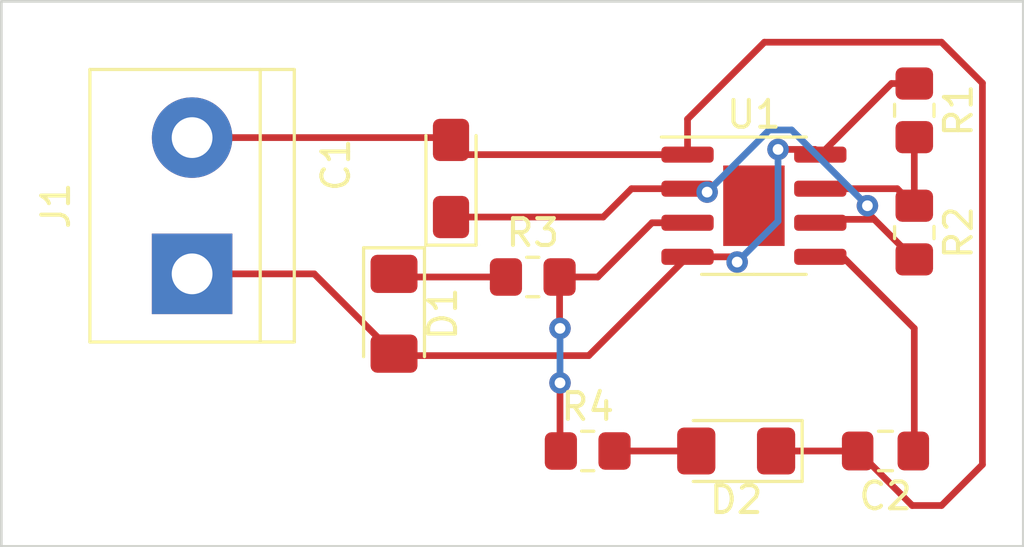
<source format=kicad_pcb>
(kicad_pcb (version 20211014) (generator pcbnew)
  (layers (0 "F.Cu" signal) (31 "B.Cu" signal) (34 "B.Paste" user) (35 "F.Paste" user) (36 "B.SilkS" user "B.Silkscreen") (37 "F.SilkS" user "F.Silkscreen") (38 "B.Mask" user) (39 "F.Mask" user) (44 "Edge.Cuts" user))
  (net 0 "")
  (net 1 "/pin_2")
  (net 2 "GND")
  (net 3 "Net-(C2-Pad1)")
  (net 4 "Net-(D1-Pad1)")
  (net 5 "+9V")
  (net 6 "Net-(D2-Pad2)")
  (net 7 "/pin_3")
  (net 8 "/pin_7")
  (footprint "Resistor_SMD:R_0805_2012Metric_Pad1.20x1.40mm_HandSolder" (layer "F.Cu") (at 137.16 96.637)
    (fp_text reference "R3" (at 0 -1.65) (layer "F.SilkS"))
    (fp_text value "1k")
    (fp_line (start -0.227064 0.735) (end 0.227064 0.735) (layer "F.SilkS") (width 0.12))
    (fp_line (start -0.227064 -0.735) (end 0.227064 -0.735) (layer "F.SilkS") (width 0.12))
    (pad "1" smd roundrect (at -1 0) (size 1.2 1.4) (layers "F.Cu" "F.Paste" "F.Mask") (roundrect_rratio 0.2083333333) (net 4 "Net-(D1-Pad1)"))
    (pad "2" smd roundrect (at 1 0) (size 1.2 1.4) (layers "F.Cu" "F.Paste" "F.Mask") (roundrect_rratio 0.2083333333) (net 7 "/pin_3"))
  )
  (footprint "Capacitor_SMD:C_0805_2012Metric_Pad1.18x1.45mm_HandSolder" (layer "F.Cu") (at 150.31 103.124 180)
    (fp_text reference "C2" (at 0 -1.68) (layer "F.SilkS"))
    (fp_text value "0.01 microF")
    (fp_line (start -0.261252 0.735) (end 0.261252 0.735) (layer "F.SilkS") (width 0.12))
    (fp_line (start -0.261252 -0.735) (end 0.261252 -0.735) (layer "F.SilkS") (width 0.12))
    (pad "1" smd roundrect (at -1.0375 0 180) (size 1.175 1.45) (layers "F.Cu" "F.Paste" "F.Mask") (roundrect_rratio 0.2127659574) (net 3 "Net-(C2-Pad1)"))
    (pad "2" smd roundrect (at 1.0375 0 180) (size 1.175 1.45) (layers "F.Cu" "F.Paste" "F.Mask") (roundrect_rratio 0.2127659574) (net 2 "GND"))
  )
  (footprint "LED_SMD:LED_1206_3216Metric_Pad1.42x1.75mm_HandSolder" (layer "F.Cu") (at 144.7435 103.124 180)
    (fp_text reference "D2" (at 0 -1.82) (layer "F.SilkS"))
    (fp_text value "LED")
    (fp_line (start -2.46 1.135) (end 1.6 1.135) (layer "F.SilkS") (width 0.12))
    (fp_line (start 1.6 -1.135) (end -2.46 -1.135) (layer "F.SilkS") (width 0.12))
    (fp_line (start -2.46 -1.135) (end -2.46 1.135) (layer "F.SilkS") (width 0.12))
    (pad "1" smd roundrect (at -1.4875 0 180) (size 1.425 1.75) (layers "F.Cu" "F.Paste" "F.Mask") (roundrect_rratio 0.1754392982) (net 2 "GND"))
    (pad "2" smd roundrect (at 1.4875 0 180) (size 1.425 1.75) (layers "F.Cu" "F.Paste" "F.Mask") (roundrect_rratio 0.1754392982) (net 6 "Net-(D2-Pad2)"))
  )
  (footprint "Resistor_SMD:R_0805_2012Metric_Pad1.20x1.40mm_HandSolder" (layer "F.Cu") (at 151.384 90.424 -90)
    (fp_text reference "R1" (at 0 -1.65 90) (layer "F.SilkS"))
    (fp_text value "1k")
    (fp_line (start -0.227064 0.735) (end 0.227064 0.735) (layer "F.SilkS") (width 0.12))
    (fp_line (start -0.227064 -0.735) (end 0.227064 -0.735) (layer "F.SilkS") (width 0.12))
    (pad "1" smd roundrect (at -1 0 270) (size 1.2 1.4) (layers "F.Cu" "F.Paste" "F.Mask") (roundrect_rratio 0.2083333333) (net 5 "+9V"))
    (pad "2" smd roundrect (at 1 0 270) (size 1.2 1.4) (layers "F.Cu" "F.Paste" "F.Mask") (roundrect_rratio 0.2083333333) (net 8 "/pin_7"))
  )
  (footprint "Package_SO:SOIC-8-1EP_3.9x4.9mm_P1.27mm_EP2.29x3mm" (layer "F.Cu") (at 145.405 93.98)
    (fp_text reference "U1" (at 0 -3.4) (layer "F.SilkS"))
    (fp_text value "NE555D")
    (fp_line (start 0 -2.56) (end 1.95 -2.56) (layer "F.SilkS") (width 0.12))
    (fp_line (start 0 2.56) (end -1.95 2.56) (layer "F.SilkS") (width 0.12))
    (fp_line (start 0 2.56) (end 1.95 2.56) (layer "F.SilkS") (width 0.12))
    (fp_line (start 0 -2.56) (end -3.45 -2.56) (layer "F.SilkS") (width 0.12))
    (pad "1" smd roundrect (at -2.475 -1.905) (size 1.95 0.6) (layers "F.Cu" "F.Paste" "F.Mask") (net 2 "GND"))
    (pad "2" smd roundrect (at -2.475 -0.635) (size 1.95 0.6) (layers "F.Cu" "F.Paste" "F.Mask") (net 1 "/pin_2"))
    (pad "3" smd roundrect (at -2.475 0.635) (size 1.95 0.6) (layers "F.Cu" "F.Paste" "F.Mask") (net 7 "/pin_3"))
    (pad "4" smd roundrect (at -2.475 1.905) (size 1.95 0.6) (layers "F.Cu" "F.Paste" "F.Mask") (net 5 "+9V"))
    (pad "5" smd roundrect (at 2.475 1.905) (size 1.95 0.6) (layers "F.Cu" "F.Paste" "F.Mask") (net 3 "Net-(C2-Pad1)"))
    (pad "6" smd roundrect (at 2.475 0.635) (size 1.95 0.6) (layers "F.Cu" "F.Paste" "F.Mask") (net 1 "/pin_2"))
    (pad "7" smd roundrect (at 2.475 -0.635) (size 1.95 0.6) (layers "F.Cu" "F.Paste" "F.Mask") (net 8 "/pin_7"))
    (pad "8" smd roundrect (at 2.475 -1.905) (size 1.95 0.6) (layers "F.Cu" "F.Paste" "F.Mask") (net 5 "+9V"))
    (pad "9" smd rect (at 0 0) (size 2.29 3) (layers "F.Cu" "F.Mask"))
  )
  (footprint "Resistor_SMD:R_0805_2012Metric_Pad1.20x1.40mm_HandSolder" (layer "F.Cu") (at 151.384 94.98 -90)
    (fp_text reference "R2" (at 0 -1.65 90) (layer "F.SilkS"))
    (fp_text value "10k")
    (fp_line (start -0.227064 -0.735) (end 0.227064 -0.735) (layer "F.SilkS") (width 0.12))
    (fp_line (start -0.227064 0.735) (end 0.227064 0.735) (layer "F.SilkS") (width 0.12))
    (pad "1" smd roundrect (at -1 0 270) (size 1.2 1.4) (layers "F.Cu" "F.Paste" "F.Mask") (roundrect_rratio 0.2083333333) (net 8 "/pin_7"))
    (pad "2" smd roundrect (at 1 0 270) (size 1.2 1.4) (layers "F.Cu" "F.Paste" "F.Mask") (roundrect_rratio 0.2083333333) (net 1 "/pin_2"))
  )
  (footprint "Resistor_SMD:R_0805_2012Metric_Pad1.20x1.40mm_HandSolder" (layer "F.Cu") (at 139.208 103.124)
    (fp_text reference "R4" (at 0 -1.65) (layer "F.SilkS"))
    (fp_text value "1k")
    (fp_line (start -0.227064 -0.735) (end 0.227064 -0.735) (layer "F.SilkS") (width 0.12))
    (fp_line (start -0.227064 0.735) (end 0.227064 0.735) (layer "F.SilkS") (width 0.12))
    (pad "1" smd roundrect (at -1 0) (size 1.2 1.4) (layers "F.Cu" "F.Paste" "F.Mask") (roundrect_rratio 0.2083333333) (net 7 "/pin_3"))
    (pad "2" smd roundrect (at 1 0) (size 1.2 1.4) (layers "F.Cu" "F.Paste" "F.Mask") (roundrect_rratio 0.2083333333) (net 6 "Net-(D2-Pad2)"))
  )
  (footprint "LED_SMD:LED_1206_3216Metric_Pad1.42x1.75mm_HandSolder" (layer "F.Cu") (at 131.988 98.0075 -90)
    (fp_text reference "D1" (at 0 -1.82 90) (layer "F.SilkS"))
    (fp_text value "LED")
    (fp_line (start -2.46 1.135) (end 1.6 1.135) (layer "F.SilkS") (width 0.12))
    (fp_line (start 1.6 -1.135) (end -2.46 -1.135) (layer "F.SilkS") (width 0.12))
    (fp_line (start -2.46 -1.135) (end -2.46 1.135) (layer "F.SilkS") (width 0.12))
    (pad "1" smd roundrect (at -1.4875 0 270) (size 1.425 1.75) (layers "F.Cu" "F.Paste" "F.Mask") (roundrect_rratio 0.1754392982) (net 4 "Net-(D1-Pad1)"))
    (pad "2" smd roundrect (at 1.4875 0 270) (size 1.425 1.75) (layers "F.Cu" "F.Paste" "F.Mask") (roundrect_rratio 0.1754392982) (net 5 "+9V"))
  )
  (footprint "Capacitor_Tantalum_SMD:CP_EIA-3216-18_Kemet-A_Pad1.58x1.35mm_HandSolder" (layer "F.Cu") (at 134.112 92.964 90)
    (fp_text reference "C1" (at 0.508 -4.29 90) (layer "F.SilkS"))
    (fp_text value "10 microF")
    (fp_line (start 1.6 -0.935) (end -2.485 -0.935) (layer "F.SilkS") (width 0.12))
    (fp_line (start -2.485 0.935) (end 1.6 0.935) (layer "F.SilkS") (width 0.12))
    (fp_line (start -2.485 -0.935) (end -2.485 0.935) (layer "F.SilkS") (width 0.12))
    (pad "1" smd roundrect (at -1.4375 0 90) (size 1.575 1.35) (layers "F.Cu" "F.Paste" "F.Mask") (roundrect_rratio 0.1851851852) (net 1 "/pin_2"))
    (pad "2" smd roundrect (at 1.4375 0 90) (size 1.575 1.35) (layers "F.Cu" "F.Paste" "F.Mask") (roundrect_rratio 0.1851851852) (net 2 "GND"))
  )
  (footprint "TerminalBlock:TerminalBlock_bornier-2_P5.08mm" (layer "F.Cu") (at 124.46 96.52 90)
    (fp_text reference "J1" (at 2.54 -5.08 90) (layer "F.SilkS"))
    (fp_text value "Conn_01x02_Male")
    (fp_line (start 7.62 3.81) (end 7.62 -3.81) (layer "F.SilkS") (width 0.12))
    (fp_line (start 7.62 -3.81) (end -2.54 -3.81) (layer "F.SilkS") (width 0.12))
    (fp_line (start 7.62 2.54) (end -2.54 2.54) (layer "F.SilkS") (width 0.12))
    (fp_line (start -2.54 3.81) (end 7.62 3.81) (layer "F.SilkS") (width 0.12))
    (fp_line (start -2.54 -3.81) (end -2.54 3.81) (layer "F.SilkS") (width 0.12))
    (pad "1" thru_hole rect (at 0 0 90) (size 3 3) (drill 1.52) (layers *.Cu *.Mask) (net 5 "+9V"))
    (pad "2" thru_hole circle (at 5.08 0 90) (size 3 3) (drill 1.52) (layers *.Cu *.Mask) (net 2 "GND"))
  )
  (gr_rect (start 117.348 86.36) (end 155.448 106.68) (layer "Edge.Cuts") (width 0.1) (fill none))
  (segment (start 143.533498 93.345) (end 143.660498 93.472) (width 0.25) (layer "F.Cu") (net 1))
  (segment (start 148.007 94.488) (end 147.88 94.615) (width 0.25) (layer "F.Cu") (net 1))
  (segment (start 149.892 94.488) (end 148.007 94.488) (width 0.25) (layer "F.Cu") (net 1))
  (segment (start 149.636502 94.232502) (end 149.892 94.488) (width 0.25) (layer "F.Cu") (net 1))
  (segment (start 142.93 93.345) (end 143.533498 93.345) (width 0.25) (layer "F.Cu") (net 1))
  (segment (start 139.7865 94.4015) (end 140.843 93.345) (width 0.25) (layer "F.Cu") (net 1))
  (segment (start 149.636502 93.98) (end 149.636502 94.232502) (width 0.25) (layer "F.Cu") (net 1))
  (segment (start 151.384 95.98) (end 149.892 94.488) (width 0.25) (layer "F.Cu") (net 1))
  (segment (start 134.112 94.4015) (end 139.7865 94.4015) (width 0.25) (layer "F.Cu") (net 1))
  (segment (start 140.843 93.345) (end 142.93 93.345) (width 0.25) (layer "F.Cu") (net 1))
  (via (at 143.660498 93.472) (size 0.8) (drill 0.4) (layers "F.Cu" "B.Cu") (net 1))
  (via (at 149.636502 93.98) (size 0.8) (drill 0.4) (layers "F.Cu" "B.Cu") (net 1))
  (segment (start 145.977 91.155498) (end 146.812 91.155498) (width 0.25) (layer "B.Cu") (net 1))
  (segment (start 143.660498 93.472) (end 145.977 91.155498) (width 0.25) (layer "B.Cu") (net 1))
  (segment (start 146.812 91.155498) (end 149.636502 93.98) (width 0.25) (layer "B.Cu") (net 1))
  (segment (start 124.46 91.44) (end 134.0255 91.44) (width 0.25) (layer "F.Cu") (net 2))
  (segment (start 151.3045 105.156) (end 149.2725 103.124) (width 0.25) (layer "F.Cu") (net 2))
  (segment (start 152.4 87.884) (end 153.924 89.408) (width 0.25) (layer "F.Cu") (net 2))
  (segment (start 134.112 91.5265) (end 134.6605 92.075) (width 0.25) (layer "F.Cu") (net 2))
  (segment (start 142.93 90.75) (end 145.796 87.884) (width 0.25) (layer "F.Cu") (net 2))
  (segment (start 146.231 103.124) (end 149.2725 103.124) (width 0.25) (layer "F.Cu") (net 2))
  (segment (start 145.796 87.884) (end 152.4 87.884) (width 0.25) (layer "F.Cu") (net 2))
  (segment (start 153.924 103.632) (end 152.4 105.156) (width 0.25) (layer "F.Cu") (net 2))
  (segment (start 134.6605 92.075) (end 142.93 92.075) (width 0.25) (layer "F.Cu") (net 2))
  (segment (start 142.93 92.075) (end 142.93 90.75) (width 0.25) (layer "F.Cu") (net 2))
  (segment (start 153.924 89.408) (end 153.924 103.632) (width 0.25) (layer "F.Cu") (net 2))
  (segment (start 152.4 105.156) (end 151.3045 105.156) (width 0.25) (layer "F.Cu") (net 2))
  (segment (start 134.0255 91.44) (end 134.112 91.5265) (width 0.25) (layer "F.Cu") (net 2))
  (segment (start 151.384 103.0875) (end 151.3475 103.124) (width 0.25) (layer "F.Cu") (net 3))
  (segment (start 147.88 95.885) (end 148.717 95.885) (width 0.25) (layer "F.Cu") (net 3))
  (segment (start 148.717 95.885) (end 151.384 98.552) (width 0.25) (layer "F.Cu") (net 3))
  (segment (start 151.384 98.552) (end 151.384 103.0875) (width 0.25) (layer "F.Cu") (net 3))
  (segment (start 132.105 96.637) (end 131.988 96.52) (width 0.25) (layer "F.Cu") (net 4))
  (segment (start 136.16 96.637) (end 132.105 96.637) (width 0.25) (layer "F.Cu") (net 4))
  (segment (start 147.685498 91.880498) (end 147.88 92.075) (width 0.25) (layer "F.Cu") (net 5))
  (segment (start 142.93 95.885) (end 144.585498 95.885) (width 0.25) (layer "F.Cu") (net 5))
  (segment (start 150.531 89.424) (end 147.88 92.075) (width 0.25) (layer "F.Cu") (net 5))
  (segment (start 132.061 99.568) (end 139.247 99.568) (width 0.25) (layer "F.Cu") (net 5))
  (segment (start 124.46 96.52) (end 129.013 96.52) (width 0.25) (layer "F.Cu") (net 5))
  (segment (start 146.304 91.880498) (end 147.685498 91.880498) (width 0.25) (layer "F.Cu") (net 5))
  (segment (start 144.585498 95.885) (end 144.78 96.079502) (width 0.25) (layer "F.Cu") (net 5))
  (segment (start 139.247 99.568) (end 142.93 95.885) (width 0.25) (layer "F.Cu") (net 5))
  (segment (start 131.988 99.495) (end 132.061 99.568) (width 0.25) (layer "F.Cu") (net 5))
  (segment (start 151.384 89.424) (end 150.531 89.424) (width 0.25) (layer "F.Cu") (net 5))
  (segment (start 129.013 96.52) (end 131.988 99.495) (width 0.25) (layer "F.Cu") (net 5))
  (via (at 146.304 91.880498) (size 0.8) (drill 0.4) (layers "F.Cu" "B.Cu") (net 5))
  (via (at 144.78 96.079502) (size 0.8) (drill 0.4) (layers "F.Cu" "B.Cu") (net 5))
  (segment (start 146.304 94.555502) (end 146.304 91.880498) (width 0.25) (layer "B.Cu") (net 5))
  (segment (start 144.78 96.079502) (end 146.304 94.555502) (width 0.25) (layer "B.Cu") (net 5))
  (segment (start 143.3085 103.124) (end 140.208 103.124) (width 0.25) (layer "F.Cu") (net 6))
  (segment (start 138.16 96.637) (end 138.16 98.536) (width 0.25) (layer "F.Cu") (net 7))
  (segment (start 138.16 96.637) (end 139.583 96.637) (width 0.25) (layer "F.Cu") (net 7))
  (segment (start 139.583 96.637) (end 141.605 94.615) (width 0.25) (layer "F.Cu") (net 7))
  (segment (start 141.605 94.615) (end 142.93 94.615) (width 0.25) (layer "F.Cu") (net 7))
  (segment (start 138.176 103.092) (end 138.208 103.124) (width 0.25) (layer "F.Cu") (net 7))
  (segment (start 138.176 100.584) (end 138.176 103.092) (width 0.25) (layer "F.Cu") (net 7))
  (segment (start 138.16 98.536) (end 138.176 98.552) (width 0.25) (layer "F.Cu") (net 7))
  (via (at 138.176 100.584) (size 0.8) (drill 0.4) (layers "F.Cu" "B.Cu") (net 7))
  (via (at 138.176 98.552) (size 0.8) (drill 0.4) (layers "F.Cu" "B.Cu") (net 7))
  (segment (start 138.176 98.552) (end 138.176 100.584) (width 0.25) (layer "B.Cu") (net 7))
  (segment (start 151.384 91.424) (end 151.384 93.98) (width 0.25) (layer "F.Cu") (net 8))
  (segment (start 147.88 93.345) (end 150.749 93.345) (width 0.25) (layer "F.Cu") (net 8))
  (segment (start 150.749 93.345) (end 151.384 93.98) (width 0.25) (layer "F.Cu") (net 8))
)
</source>
